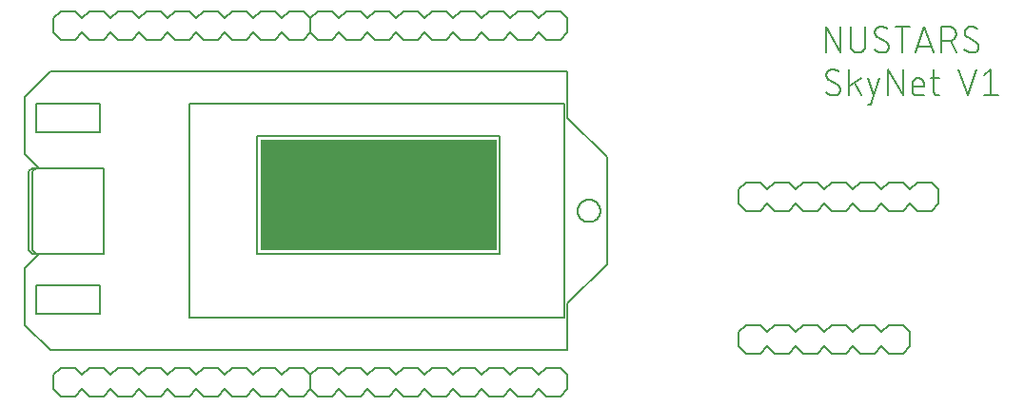
<source format=gto>
G75*
%MOIN*%
%OFA0B0*%
%FSLAX25Y25*%
%IPPOS*%
%LPD*%
%AMOC8*
5,1,8,0,0,1.08239X$1,22.5*
%
%ADD10C,0.00800*%
%ADD11C,0.00500*%
%ADD12R,0.82500X0.38750*%
D10*
X0021300Y0014300D02*
X0023800Y0011800D01*
X0028800Y0011800D01*
X0031300Y0014300D01*
X0033800Y0011800D01*
X0038800Y0011800D01*
X0041300Y0014300D01*
X0043800Y0011800D01*
X0048800Y0011800D01*
X0051300Y0014300D01*
X0053800Y0011800D01*
X0058800Y0011800D01*
X0061300Y0014300D01*
X0063800Y0011800D01*
X0068800Y0011800D01*
X0071300Y0014300D01*
X0073800Y0011800D01*
X0078800Y0011800D01*
X0081300Y0014300D01*
X0083800Y0011800D01*
X0088800Y0011800D01*
X0091300Y0014300D01*
X0093800Y0011800D01*
X0098800Y0011800D01*
X0101300Y0014300D01*
X0103800Y0011800D01*
X0108800Y0011800D01*
X0111300Y0014300D01*
X0113800Y0011800D01*
X0118800Y0011800D01*
X0121300Y0014300D01*
X0123800Y0011800D01*
X0128800Y0011800D01*
X0131300Y0014300D01*
X0133800Y0011800D01*
X0138800Y0011800D01*
X0141300Y0014300D01*
X0143800Y0011800D01*
X0148800Y0011800D01*
X0151300Y0014300D01*
X0153800Y0011800D01*
X0158800Y0011800D01*
X0161300Y0014300D01*
X0163800Y0011800D01*
X0168800Y0011800D01*
X0171300Y0014300D01*
X0173800Y0011800D01*
X0178800Y0011800D01*
X0181300Y0014300D01*
X0183800Y0011800D01*
X0188800Y0011800D01*
X0191300Y0014300D01*
X0193800Y0011800D01*
X0198800Y0011800D01*
X0201300Y0014300D01*
X0201300Y0019300D01*
X0198800Y0021800D01*
X0193800Y0021800D01*
X0191300Y0019300D01*
X0188800Y0021800D01*
X0183800Y0021800D01*
X0181300Y0019300D01*
X0178800Y0021800D01*
X0173800Y0021800D01*
X0171300Y0019300D01*
X0168800Y0021800D01*
X0163800Y0021800D01*
X0161300Y0019300D01*
X0158800Y0021800D01*
X0153800Y0021800D01*
X0151300Y0019300D01*
X0148800Y0021800D01*
X0143800Y0021800D01*
X0141300Y0019300D01*
X0138800Y0021800D01*
X0133800Y0021800D01*
X0131300Y0019300D01*
X0128800Y0021800D01*
X0123800Y0021800D01*
X0121300Y0019300D01*
X0118800Y0021800D01*
X0113800Y0021800D01*
X0111300Y0019300D01*
X0111300Y0014300D01*
X0111300Y0019300D01*
X0108800Y0021800D01*
X0103800Y0021800D01*
X0101300Y0019300D01*
X0098800Y0021800D01*
X0093800Y0021800D01*
X0091300Y0019300D01*
X0088800Y0021800D01*
X0083800Y0021800D01*
X0081300Y0019300D01*
X0078800Y0021800D01*
X0073800Y0021800D01*
X0071300Y0019300D01*
X0068800Y0021800D01*
X0063800Y0021800D01*
X0061300Y0019300D01*
X0058800Y0021800D01*
X0053800Y0021800D01*
X0051300Y0019300D01*
X0048800Y0021800D01*
X0043800Y0021800D01*
X0041300Y0019300D01*
X0038800Y0021800D01*
X0033800Y0021800D01*
X0031300Y0019300D01*
X0028800Y0021800D01*
X0023800Y0021800D01*
X0021300Y0019300D01*
X0021300Y0014300D01*
X0261300Y0029300D02*
X0263800Y0026800D01*
X0268800Y0026800D01*
X0271300Y0029300D01*
X0273800Y0026800D01*
X0278800Y0026800D01*
X0281300Y0029300D01*
X0283800Y0026800D01*
X0288800Y0026800D01*
X0291300Y0029300D01*
X0293800Y0026800D01*
X0298800Y0026800D01*
X0301300Y0029300D01*
X0303800Y0026800D01*
X0308800Y0026800D01*
X0311300Y0029300D01*
X0313800Y0026800D01*
X0318800Y0026800D01*
X0321300Y0029300D01*
X0321300Y0034300D01*
X0318800Y0036800D01*
X0313800Y0036800D01*
X0311300Y0034300D01*
X0308800Y0036800D01*
X0303800Y0036800D01*
X0301300Y0034300D01*
X0298800Y0036800D01*
X0293800Y0036800D01*
X0291300Y0034300D01*
X0288800Y0036800D01*
X0283800Y0036800D01*
X0281300Y0034300D01*
X0278800Y0036800D01*
X0273800Y0036800D01*
X0271300Y0034300D01*
X0268800Y0036800D01*
X0263800Y0036800D01*
X0261300Y0034300D01*
X0261300Y0029300D01*
X0263800Y0076800D02*
X0268800Y0076800D01*
X0271300Y0079300D01*
X0273800Y0076800D01*
X0278800Y0076800D01*
X0281300Y0079300D01*
X0283800Y0076800D01*
X0288800Y0076800D01*
X0291300Y0079300D01*
X0293800Y0076800D01*
X0298800Y0076800D01*
X0301300Y0079300D01*
X0303800Y0076800D01*
X0308800Y0076800D01*
X0311300Y0079300D01*
X0313800Y0076800D01*
X0318800Y0076800D01*
X0321300Y0079300D01*
X0323800Y0076800D01*
X0328800Y0076800D01*
X0331300Y0079300D01*
X0331300Y0084300D01*
X0328800Y0086800D01*
X0323800Y0086800D01*
X0321300Y0084300D01*
X0318800Y0086800D01*
X0313800Y0086800D01*
X0311300Y0084300D01*
X0308800Y0086800D01*
X0303800Y0086800D01*
X0301300Y0084300D01*
X0298800Y0086800D01*
X0293800Y0086800D01*
X0291300Y0084300D01*
X0288800Y0086800D01*
X0283800Y0086800D01*
X0281300Y0084300D01*
X0278800Y0086800D01*
X0273800Y0086800D01*
X0271300Y0084300D01*
X0268800Y0086800D01*
X0263800Y0086800D01*
X0261300Y0084300D01*
X0261300Y0079300D01*
X0263800Y0076800D01*
X0306459Y0114133D02*
X0307481Y0114133D01*
X0310548Y0123333D01*
X0306459Y0123333D02*
X0308504Y0117200D01*
X0304018Y0117200D02*
X0301718Y0121544D01*
X0299930Y0120267D02*
X0304018Y0123333D01*
X0299930Y0126400D02*
X0299930Y0117200D01*
X0296811Y0119244D02*
X0296809Y0119155D01*
X0296803Y0119066D01*
X0296794Y0118977D01*
X0296780Y0118889D01*
X0296763Y0118802D01*
X0296741Y0118715D01*
X0296716Y0118629D01*
X0296688Y0118545D01*
X0296655Y0118462D01*
X0296619Y0118380D01*
X0296580Y0118300D01*
X0296537Y0118222D01*
X0296491Y0118146D01*
X0296441Y0118072D01*
X0296389Y0118000D01*
X0296333Y0117930D01*
X0296274Y0117863D01*
X0296212Y0117799D01*
X0296148Y0117737D01*
X0296081Y0117678D01*
X0296011Y0117622D01*
X0295939Y0117570D01*
X0295865Y0117520D01*
X0295789Y0117474D01*
X0295711Y0117431D01*
X0295631Y0117392D01*
X0295549Y0117356D01*
X0295466Y0117323D01*
X0295382Y0117295D01*
X0295296Y0117270D01*
X0295209Y0117248D01*
X0295122Y0117231D01*
X0295034Y0117217D01*
X0294945Y0117208D01*
X0294856Y0117202D01*
X0294767Y0117200D01*
X0296811Y0119244D02*
X0296809Y0119334D01*
X0296803Y0119423D01*
X0296794Y0119513D01*
X0296780Y0119601D01*
X0296763Y0119690D01*
X0296741Y0119777D01*
X0296717Y0119863D01*
X0296688Y0119948D01*
X0296656Y0120032D01*
X0296620Y0120114D01*
X0296580Y0120195D01*
X0296537Y0120274D01*
X0296491Y0120351D01*
X0296442Y0120426D01*
X0296389Y0120499D01*
X0296333Y0120569D01*
X0296274Y0120637D01*
X0296213Y0120702D01*
X0296148Y0120765D01*
X0296081Y0120824D01*
X0296012Y0120881D01*
X0295940Y0120935D01*
X0295865Y0120985D01*
X0295789Y0121033D01*
X0292978Y0122567D01*
X0294000Y0126400D02*
X0294123Y0126398D01*
X0294247Y0126392D01*
X0294369Y0126382D01*
X0294492Y0126368D01*
X0294614Y0126351D01*
X0294735Y0126329D01*
X0294856Y0126303D01*
X0294976Y0126274D01*
X0295095Y0126240D01*
X0295212Y0126203D01*
X0295328Y0126162D01*
X0295443Y0126118D01*
X0295557Y0126070D01*
X0295669Y0126018D01*
X0295779Y0125962D01*
X0295887Y0125903D01*
X0295994Y0125841D01*
X0296098Y0125775D01*
X0296200Y0125706D01*
X0296300Y0125633D01*
X0292978Y0122567D02*
X0292902Y0122615D01*
X0292827Y0122665D01*
X0292755Y0122719D01*
X0292686Y0122776D01*
X0292619Y0122835D01*
X0292554Y0122898D01*
X0292493Y0122963D01*
X0292434Y0123031D01*
X0292378Y0123101D01*
X0292325Y0123174D01*
X0292276Y0123249D01*
X0292230Y0123326D01*
X0292187Y0123405D01*
X0292147Y0123486D01*
X0292111Y0123568D01*
X0292079Y0123652D01*
X0292050Y0123737D01*
X0292026Y0123823D01*
X0292004Y0123910D01*
X0291987Y0123999D01*
X0291973Y0124087D01*
X0291964Y0124177D01*
X0291958Y0124266D01*
X0291956Y0124356D01*
X0291958Y0124445D01*
X0291964Y0124534D01*
X0291973Y0124623D01*
X0291987Y0124711D01*
X0292004Y0124798D01*
X0292026Y0124885D01*
X0292051Y0124971D01*
X0292079Y0125055D01*
X0292112Y0125138D01*
X0292148Y0125220D01*
X0292187Y0125300D01*
X0292230Y0125378D01*
X0292276Y0125454D01*
X0292326Y0125528D01*
X0292378Y0125600D01*
X0292434Y0125670D01*
X0292493Y0125737D01*
X0292555Y0125801D01*
X0292619Y0125863D01*
X0292686Y0125922D01*
X0292756Y0125978D01*
X0292828Y0126030D01*
X0292902Y0126080D01*
X0292978Y0126126D01*
X0293056Y0126169D01*
X0293136Y0126208D01*
X0293218Y0126244D01*
X0293301Y0126277D01*
X0293385Y0126305D01*
X0293471Y0126330D01*
X0293558Y0126352D01*
X0293645Y0126369D01*
X0293733Y0126383D01*
X0293822Y0126392D01*
X0293911Y0126398D01*
X0294000Y0126400D01*
X0291700Y0118478D02*
X0291790Y0118389D01*
X0291883Y0118304D01*
X0291979Y0118221D01*
X0292076Y0118141D01*
X0292176Y0118063D01*
X0292278Y0117989D01*
X0292383Y0117918D01*
X0292489Y0117850D01*
X0292597Y0117785D01*
X0292707Y0117723D01*
X0292819Y0117664D01*
X0292933Y0117609D01*
X0293048Y0117557D01*
X0293164Y0117508D01*
X0293282Y0117463D01*
X0293401Y0117422D01*
X0293522Y0117383D01*
X0293643Y0117349D01*
X0293766Y0117318D01*
X0293889Y0117290D01*
X0294013Y0117266D01*
X0294138Y0117246D01*
X0294263Y0117230D01*
X0294389Y0117217D01*
X0294515Y0117207D01*
X0294641Y0117202D01*
X0294767Y0117200D01*
X0313620Y0117200D02*
X0313620Y0126400D01*
X0318731Y0117200D01*
X0318731Y0126400D01*
X0328583Y0123333D02*
X0331650Y0123333D01*
X0326166Y0121289D02*
X0326166Y0120267D01*
X0322077Y0120267D01*
X0322077Y0121289D02*
X0322077Y0118733D01*
X0322079Y0118658D01*
X0322084Y0118583D01*
X0322094Y0118508D01*
X0322106Y0118434D01*
X0322123Y0118361D01*
X0322143Y0118288D01*
X0322167Y0118217D01*
X0322194Y0118146D01*
X0322224Y0118078D01*
X0322258Y0118010D01*
X0322295Y0117945D01*
X0322335Y0117881D01*
X0322379Y0117820D01*
X0322425Y0117760D01*
X0322474Y0117704D01*
X0322526Y0117649D01*
X0322581Y0117597D01*
X0322637Y0117548D01*
X0322697Y0117502D01*
X0322758Y0117458D01*
X0322822Y0117418D01*
X0322887Y0117381D01*
X0322955Y0117347D01*
X0323023Y0117317D01*
X0323094Y0117290D01*
X0323165Y0117266D01*
X0323238Y0117246D01*
X0323311Y0117229D01*
X0323385Y0117217D01*
X0323460Y0117207D01*
X0323535Y0117202D01*
X0323610Y0117200D01*
X0326166Y0117200D01*
X0329605Y0118733D02*
X0329605Y0126400D01*
X0338317Y0126400D02*
X0341383Y0117200D01*
X0344450Y0126400D01*
X0347048Y0124356D02*
X0349603Y0126400D01*
X0349603Y0117200D01*
X0347048Y0117200D02*
X0352159Y0117200D01*
X0331650Y0117200D02*
X0331139Y0117200D01*
X0331064Y0117202D01*
X0330989Y0117207D01*
X0330914Y0117217D01*
X0330840Y0117229D01*
X0330767Y0117246D01*
X0330694Y0117266D01*
X0330623Y0117290D01*
X0330552Y0117317D01*
X0330484Y0117347D01*
X0330416Y0117381D01*
X0330351Y0117418D01*
X0330287Y0117458D01*
X0330226Y0117502D01*
X0330166Y0117548D01*
X0330110Y0117597D01*
X0330055Y0117649D01*
X0330003Y0117704D01*
X0329954Y0117760D01*
X0329908Y0117820D01*
X0329864Y0117881D01*
X0329824Y0117945D01*
X0329787Y0118010D01*
X0329753Y0118078D01*
X0329723Y0118146D01*
X0329696Y0118217D01*
X0329672Y0118288D01*
X0329652Y0118361D01*
X0329635Y0118434D01*
X0329623Y0118508D01*
X0329613Y0118583D01*
X0329608Y0118658D01*
X0329606Y0118733D01*
X0326165Y0121289D02*
X0326163Y0121378D01*
X0326157Y0121467D01*
X0326148Y0121556D01*
X0326134Y0121644D01*
X0326117Y0121731D01*
X0326095Y0121818D01*
X0326070Y0121904D01*
X0326042Y0121988D01*
X0326009Y0122071D01*
X0325973Y0122153D01*
X0325934Y0122233D01*
X0325891Y0122311D01*
X0325845Y0122387D01*
X0325795Y0122461D01*
X0325743Y0122533D01*
X0325687Y0122603D01*
X0325628Y0122670D01*
X0325566Y0122734D01*
X0325502Y0122796D01*
X0325435Y0122855D01*
X0325365Y0122911D01*
X0325293Y0122963D01*
X0325219Y0123013D01*
X0325143Y0123059D01*
X0325065Y0123102D01*
X0324985Y0123141D01*
X0324903Y0123177D01*
X0324820Y0123210D01*
X0324736Y0123238D01*
X0324650Y0123263D01*
X0324563Y0123285D01*
X0324476Y0123302D01*
X0324388Y0123316D01*
X0324299Y0123325D01*
X0324210Y0123331D01*
X0324121Y0123333D01*
X0324032Y0123331D01*
X0323943Y0123325D01*
X0323854Y0123316D01*
X0323766Y0123302D01*
X0323679Y0123285D01*
X0323592Y0123263D01*
X0323506Y0123238D01*
X0323422Y0123210D01*
X0323339Y0123177D01*
X0323257Y0123141D01*
X0323177Y0123102D01*
X0323099Y0123059D01*
X0323023Y0123013D01*
X0322949Y0122963D01*
X0322877Y0122911D01*
X0322807Y0122855D01*
X0322740Y0122796D01*
X0322676Y0122734D01*
X0322614Y0122670D01*
X0322555Y0122603D01*
X0322499Y0122533D01*
X0322447Y0122461D01*
X0322397Y0122387D01*
X0322351Y0122311D01*
X0322308Y0122233D01*
X0322269Y0122153D01*
X0322233Y0122071D01*
X0322200Y0121988D01*
X0322172Y0121904D01*
X0322147Y0121818D01*
X0322125Y0121731D01*
X0322108Y0121644D01*
X0322094Y0121556D01*
X0322085Y0121467D01*
X0322079Y0121378D01*
X0322077Y0121289D01*
X0323247Y0132200D02*
X0326313Y0141400D01*
X0329380Y0132200D01*
X0328613Y0134500D02*
X0324013Y0134500D01*
X0318641Y0132200D02*
X0318641Y0141400D01*
X0316086Y0141400D02*
X0321197Y0141400D01*
X0309966Y0137567D02*
X0309890Y0137615D01*
X0309815Y0137665D01*
X0309743Y0137719D01*
X0309674Y0137776D01*
X0309607Y0137835D01*
X0309542Y0137898D01*
X0309481Y0137963D01*
X0309422Y0138031D01*
X0309366Y0138101D01*
X0309313Y0138174D01*
X0309264Y0138249D01*
X0309218Y0138326D01*
X0309175Y0138405D01*
X0309135Y0138486D01*
X0309099Y0138568D01*
X0309067Y0138652D01*
X0309038Y0138737D01*
X0309014Y0138823D01*
X0308992Y0138910D01*
X0308975Y0138999D01*
X0308961Y0139087D01*
X0308952Y0139177D01*
X0308946Y0139266D01*
X0308944Y0139356D01*
X0308946Y0139445D01*
X0308952Y0139534D01*
X0308961Y0139623D01*
X0308975Y0139711D01*
X0308992Y0139798D01*
X0309014Y0139885D01*
X0309039Y0139971D01*
X0309067Y0140055D01*
X0309100Y0140138D01*
X0309136Y0140220D01*
X0309175Y0140300D01*
X0309218Y0140378D01*
X0309264Y0140454D01*
X0309314Y0140528D01*
X0309366Y0140600D01*
X0309422Y0140670D01*
X0309481Y0140737D01*
X0309543Y0140801D01*
X0309607Y0140863D01*
X0309674Y0140922D01*
X0309744Y0140978D01*
X0309816Y0141030D01*
X0309890Y0141080D01*
X0309966Y0141126D01*
X0310044Y0141169D01*
X0310124Y0141208D01*
X0310206Y0141244D01*
X0310289Y0141277D01*
X0310373Y0141305D01*
X0310459Y0141330D01*
X0310546Y0141352D01*
X0310633Y0141369D01*
X0310721Y0141383D01*
X0310810Y0141392D01*
X0310899Y0141398D01*
X0310988Y0141400D01*
X0305579Y0141400D02*
X0305579Y0134756D01*
X0305580Y0134756D02*
X0305578Y0134656D01*
X0305572Y0134555D01*
X0305562Y0134456D01*
X0305549Y0134356D01*
X0305531Y0134257D01*
X0305509Y0134159D01*
X0305484Y0134062D01*
X0305455Y0133966D01*
X0305422Y0133871D01*
X0305385Y0133778D01*
X0305345Y0133686D01*
X0305301Y0133596D01*
X0305254Y0133507D01*
X0305203Y0133420D01*
X0305149Y0133336D01*
X0305092Y0133254D01*
X0305031Y0133174D01*
X0304968Y0133096D01*
X0304901Y0133021D01*
X0304831Y0132949D01*
X0304759Y0132879D01*
X0304684Y0132812D01*
X0304606Y0132749D01*
X0304526Y0132688D01*
X0304444Y0132631D01*
X0304360Y0132577D01*
X0304273Y0132526D01*
X0304184Y0132479D01*
X0304094Y0132435D01*
X0304002Y0132395D01*
X0303909Y0132358D01*
X0303814Y0132325D01*
X0303718Y0132296D01*
X0303621Y0132271D01*
X0303523Y0132249D01*
X0303424Y0132231D01*
X0303324Y0132218D01*
X0303225Y0132208D01*
X0303124Y0132202D01*
X0303024Y0132200D01*
X0302924Y0132202D01*
X0302823Y0132208D01*
X0302724Y0132218D01*
X0302624Y0132231D01*
X0302525Y0132249D01*
X0302427Y0132271D01*
X0302330Y0132296D01*
X0302234Y0132325D01*
X0302139Y0132358D01*
X0302046Y0132395D01*
X0301954Y0132435D01*
X0301864Y0132479D01*
X0301775Y0132526D01*
X0301688Y0132577D01*
X0301604Y0132631D01*
X0301522Y0132688D01*
X0301442Y0132749D01*
X0301364Y0132812D01*
X0301289Y0132879D01*
X0301217Y0132949D01*
X0301147Y0133021D01*
X0301080Y0133096D01*
X0301017Y0133174D01*
X0300956Y0133254D01*
X0300899Y0133336D01*
X0300845Y0133420D01*
X0300794Y0133507D01*
X0300747Y0133596D01*
X0300703Y0133686D01*
X0300663Y0133778D01*
X0300626Y0133871D01*
X0300593Y0133966D01*
X0300564Y0134062D01*
X0300539Y0134159D01*
X0300517Y0134257D01*
X0300499Y0134356D01*
X0300486Y0134456D01*
X0300476Y0134555D01*
X0300470Y0134656D01*
X0300468Y0134756D01*
X0300468Y0141400D01*
X0296811Y0141400D02*
X0296811Y0132200D01*
X0291700Y0141400D01*
X0291700Y0132200D01*
X0309966Y0137567D02*
X0312777Y0136033D01*
X0311755Y0132200D02*
X0311629Y0132202D01*
X0311503Y0132207D01*
X0311377Y0132217D01*
X0311251Y0132230D01*
X0311126Y0132246D01*
X0311001Y0132266D01*
X0310877Y0132290D01*
X0310754Y0132318D01*
X0310631Y0132349D01*
X0310510Y0132383D01*
X0310389Y0132422D01*
X0310270Y0132463D01*
X0310152Y0132508D01*
X0310036Y0132557D01*
X0309921Y0132609D01*
X0309807Y0132664D01*
X0309695Y0132723D01*
X0309585Y0132785D01*
X0309477Y0132850D01*
X0309371Y0132918D01*
X0309266Y0132989D01*
X0309164Y0133063D01*
X0309064Y0133141D01*
X0308967Y0133221D01*
X0308871Y0133304D01*
X0308778Y0133389D01*
X0308688Y0133478D01*
X0312777Y0136033D02*
X0312853Y0135985D01*
X0312928Y0135935D01*
X0313000Y0135881D01*
X0313069Y0135824D01*
X0313136Y0135765D01*
X0313201Y0135702D01*
X0313262Y0135637D01*
X0313321Y0135569D01*
X0313377Y0135499D01*
X0313430Y0135426D01*
X0313479Y0135351D01*
X0313525Y0135274D01*
X0313568Y0135195D01*
X0313608Y0135114D01*
X0313644Y0135032D01*
X0313676Y0134948D01*
X0313705Y0134863D01*
X0313729Y0134777D01*
X0313751Y0134690D01*
X0313768Y0134601D01*
X0313782Y0134513D01*
X0313791Y0134423D01*
X0313797Y0134334D01*
X0313799Y0134244D01*
X0313797Y0134155D01*
X0313791Y0134066D01*
X0313782Y0133977D01*
X0313768Y0133889D01*
X0313751Y0133802D01*
X0313729Y0133715D01*
X0313704Y0133629D01*
X0313676Y0133545D01*
X0313643Y0133462D01*
X0313607Y0133380D01*
X0313568Y0133300D01*
X0313525Y0133222D01*
X0313479Y0133146D01*
X0313429Y0133072D01*
X0313377Y0133000D01*
X0313321Y0132930D01*
X0313262Y0132863D01*
X0313200Y0132799D01*
X0313136Y0132737D01*
X0313069Y0132678D01*
X0312999Y0132622D01*
X0312927Y0132570D01*
X0312853Y0132520D01*
X0312777Y0132474D01*
X0312699Y0132431D01*
X0312619Y0132392D01*
X0312537Y0132356D01*
X0312454Y0132323D01*
X0312370Y0132295D01*
X0312284Y0132270D01*
X0312197Y0132248D01*
X0312110Y0132231D01*
X0312022Y0132217D01*
X0311933Y0132208D01*
X0311844Y0132202D01*
X0311755Y0132200D01*
X0313288Y0140633D02*
X0313188Y0140706D01*
X0313086Y0140775D01*
X0312982Y0140841D01*
X0312875Y0140903D01*
X0312767Y0140962D01*
X0312657Y0141018D01*
X0312545Y0141070D01*
X0312431Y0141118D01*
X0312316Y0141162D01*
X0312200Y0141203D01*
X0312083Y0141240D01*
X0311964Y0141274D01*
X0311844Y0141303D01*
X0311723Y0141329D01*
X0311602Y0141351D01*
X0311480Y0141368D01*
X0311357Y0141382D01*
X0311235Y0141392D01*
X0311111Y0141398D01*
X0310988Y0141400D01*
X0332277Y0141400D02*
X0334833Y0141400D01*
X0332277Y0141400D02*
X0332277Y0132200D01*
X0332277Y0136289D02*
X0334833Y0136289D01*
X0335344Y0136289D02*
X0337388Y0132200D01*
X0344287Y0136033D02*
X0344363Y0135985D01*
X0344438Y0135935D01*
X0344510Y0135881D01*
X0344579Y0135824D01*
X0344646Y0135765D01*
X0344711Y0135702D01*
X0344772Y0135637D01*
X0344831Y0135569D01*
X0344887Y0135499D01*
X0344940Y0135426D01*
X0344989Y0135351D01*
X0345035Y0135274D01*
X0345078Y0135195D01*
X0345118Y0135114D01*
X0345154Y0135032D01*
X0345186Y0134948D01*
X0345215Y0134863D01*
X0345239Y0134777D01*
X0345261Y0134690D01*
X0345278Y0134601D01*
X0345292Y0134513D01*
X0345301Y0134423D01*
X0345307Y0134334D01*
X0345309Y0134244D01*
X0345307Y0134155D01*
X0345301Y0134066D01*
X0345292Y0133977D01*
X0345278Y0133889D01*
X0345261Y0133802D01*
X0345239Y0133715D01*
X0345214Y0133629D01*
X0345186Y0133545D01*
X0345153Y0133462D01*
X0345117Y0133380D01*
X0345078Y0133300D01*
X0345035Y0133222D01*
X0344989Y0133146D01*
X0344939Y0133072D01*
X0344887Y0133000D01*
X0344831Y0132930D01*
X0344772Y0132863D01*
X0344710Y0132799D01*
X0344646Y0132737D01*
X0344579Y0132678D01*
X0344509Y0132622D01*
X0344437Y0132570D01*
X0344363Y0132520D01*
X0344287Y0132474D01*
X0344209Y0132431D01*
X0344129Y0132392D01*
X0344047Y0132356D01*
X0343964Y0132323D01*
X0343880Y0132295D01*
X0343794Y0132270D01*
X0343707Y0132248D01*
X0343620Y0132231D01*
X0343532Y0132217D01*
X0343443Y0132208D01*
X0343354Y0132202D01*
X0343265Y0132200D01*
X0344287Y0136033D02*
X0341476Y0137567D01*
X0342498Y0141400D02*
X0342621Y0141398D01*
X0342745Y0141392D01*
X0342867Y0141382D01*
X0342990Y0141368D01*
X0343112Y0141351D01*
X0343233Y0141329D01*
X0343354Y0141303D01*
X0343474Y0141274D01*
X0343593Y0141240D01*
X0343710Y0141203D01*
X0343826Y0141162D01*
X0343941Y0141118D01*
X0344055Y0141070D01*
X0344167Y0141018D01*
X0344277Y0140962D01*
X0344385Y0140903D01*
X0344492Y0140841D01*
X0344596Y0140775D01*
X0344698Y0140706D01*
X0344798Y0140633D01*
X0341476Y0137567D02*
X0341400Y0137615D01*
X0341325Y0137665D01*
X0341253Y0137719D01*
X0341184Y0137776D01*
X0341117Y0137835D01*
X0341052Y0137898D01*
X0340991Y0137963D01*
X0340932Y0138031D01*
X0340876Y0138101D01*
X0340823Y0138174D01*
X0340774Y0138249D01*
X0340728Y0138326D01*
X0340685Y0138405D01*
X0340645Y0138486D01*
X0340609Y0138568D01*
X0340577Y0138652D01*
X0340548Y0138737D01*
X0340524Y0138823D01*
X0340502Y0138910D01*
X0340485Y0138999D01*
X0340471Y0139087D01*
X0340462Y0139177D01*
X0340456Y0139266D01*
X0340454Y0139356D01*
X0340456Y0139445D01*
X0340462Y0139534D01*
X0340471Y0139623D01*
X0340485Y0139711D01*
X0340502Y0139798D01*
X0340524Y0139885D01*
X0340549Y0139971D01*
X0340577Y0140055D01*
X0340610Y0140138D01*
X0340646Y0140220D01*
X0340685Y0140300D01*
X0340728Y0140378D01*
X0340774Y0140454D01*
X0340824Y0140528D01*
X0340876Y0140600D01*
X0340932Y0140670D01*
X0340991Y0140737D01*
X0341053Y0140801D01*
X0341117Y0140863D01*
X0341184Y0140922D01*
X0341254Y0140978D01*
X0341326Y0141030D01*
X0341400Y0141080D01*
X0341476Y0141126D01*
X0341554Y0141169D01*
X0341634Y0141208D01*
X0341716Y0141244D01*
X0341799Y0141277D01*
X0341883Y0141305D01*
X0341969Y0141330D01*
X0342056Y0141352D01*
X0342143Y0141369D01*
X0342231Y0141383D01*
X0342320Y0141392D01*
X0342409Y0141398D01*
X0342498Y0141400D01*
X0334833Y0141400D02*
X0334933Y0141398D01*
X0335034Y0141392D01*
X0335133Y0141382D01*
X0335233Y0141369D01*
X0335332Y0141351D01*
X0335430Y0141329D01*
X0335527Y0141304D01*
X0335623Y0141275D01*
X0335718Y0141242D01*
X0335811Y0141205D01*
X0335903Y0141165D01*
X0335993Y0141121D01*
X0336082Y0141074D01*
X0336169Y0141023D01*
X0336253Y0140969D01*
X0336335Y0140912D01*
X0336415Y0140851D01*
X0336493Y0140788D01*
X0336568Y0140721D01*
X0336640Y0140651D01*
X0336710Y0140579D01*
X0336777Y0140504D01*
X0336840Y0140426D01*
X0336901Y0140346D01*
X0336958Y0140264D01*
X0337012Y0140180D01*
X0337063Y0140093D01*
X0337110Y0140004D01*
X0337154Y0139914D01*
X0337194Y0139822D01*
X0337231Y0139729D01*
X0337264Y0139634D01*
X0337293Y0139538D01*
X0337318Y0139441D01*
X0337340Y0139343D01*
X0337358Y0139244D01*
X0337371Y0139144D01*
X0337381Y0139045D01*
X0337387Y0138944D01*
X0337389Y0138844D01*
X0337387Y0138744D01*
X0337381Y0138643D01*
X0337371Y0138544D01*
X0337358Y0138444D01*
X0337340Y0138345D01*
X0337318Y0138247D01*
X0337293Y0138150D01*
X0337264Y0138054D01*
X0337231Y0137959D01*
X0337194Y0137866D01*
X0337154Y0137774D01*
X0337110Y0137684D01*
X0337063Y0137595D01*
X0337012Y0137508D01*
X0336958Y0137424D01*
X0336901Y0137342D01*
X0336840Y0137262D01*
X0336777Y0137184D01*
X0336710Y0137109D01*
X0336640Y0137037D01*
X0336568Y0136967D01*
X0336493Y0136900D01*
X0336415Y0136837D01*
X0336335Y0136776D01*
X0336253Y0136719D01*
X0336169Y0136665D01*
X0336082Y0136614D01*
X0335993Y0136567D01*
X0335903Y0136523D01*
X0335811Y0136483D01*
X0335718Y0136446D01*
X0335623Y0136413D01*
X0335527Y0136384D01*
X0335430Y0136359D01*
X0335332Y0136337D01*
X0335233Y0136319D01*
X0335133Y0136306D01*
X0335034Y0136296D01*
X0334933Y0136290D01*
X0334833Y0136288D01*
X0340198Y0133478D02*
X0340288Y0133389D01*
X0340381Y0133304D01*
X0340477Y0133221D01*
X0340574Y0133141D01*
X0340674Y0133063D01*
X0340776Y0132989D01*
X0340881Y0132918D01*
X0340987Y0132850D01*
X0341095Y0132785D01*
X0341205Y0132723D01*
X0341317Y0132664D01*
X0341431Y0132609D01*
X0341546Y0132557D01*
X0341662Y0132508D01*
X0341780Y0132463D01*
X0341899Y0132422D01*
X0342020Y0132383D01*
X0342141Y0132349D01*
X0342264Y0132318D01*
X0342387Y0132290D01*
X0342511Y0132266D01*
X0342636Y0132246D01*
X0342761Y0132230D01*
X0342887Y0132217D01*
X0343013Y0132207D01*
X0343139Y0132202D01*
X0343265Y0132200D01*
X0201300Y0139300D02*
X0198800Y0136800D01*
X0193800Y0136800D01*
X0191300Y0139300D01*
X0188800Y0136800D01*
X0183800Y0136800D01*
X0181300Y0139300D01*
X0178800Y0136800D01*
X0173800Y0136800D01*
X0171300Y0139300D01*
X0168800Y0136800D01*
X0163800Y0136800D01*
X0161300Y0139300D01*
X0158800Y0136800D01*
X0153800Y0136800D01*
X0151300Y0139300D01*
X0148800Y0136800D01*
X0143800Y0136800D01*
X0141300Y0139300D01*
X0138800Y0136800D01*
X0133800Y0136800D01*
X0131300Y0139300D01*
X0128800Y0136800D01*
X0123800Y0136800D01*
X0121300Y0139300D01*
X0118800Y0136800D01*
X0113800Y0136800D01*
X0111300Y0139300D01*
X0111300Y0144300D01*
X0113800Y0146800D01*
X0118800Y0146800D01*
X0121300Y0144300D01*
X0123800Y0146800D01*
X0128800Y0146800D01*
X0131300Y0144300D01*
X0133800Y0146800D01*
X0138800Y0146800D01*
X0141300Y0144300D01*
X0143800Y0146800D01*
X0148800Y0146800D01*
X0151300Y0144300D01*
X0153800Y0146800D01*
X0158800Y0146800D01*
X0161300Y0144300D01*
X0163800Y0146800D01*
X0168800Y0146800D01*
X0171300Y0144300D01*
X0173800Y0146800D01*
X0178800Y0146800D01*
X0181300Y0144300D01*
X0183800Y0146800D01*
X0188800Y0146800D01*
X0191300Y0144300D01*
X0193800Y0146800D01*
X0198800Y0146800D01*
X0201300Y0144300D01*
X0201300Y0139300D01*
X0111300Y0139300D02*
X0111300Y0144300D01*
X0108800Y0146800D01*
X0103800Y0146800D01*
X0101300Y0144300D01*
X0098800Y0146800D01*
X0093800Y0146800D01*
X0091300Y0144300D01*
X0088800Y0146800D01*
X0083800Y0146800D01*
X0081300Y0144300D01*
X0078800Y0146800D01*
X0073800Y0146800D01*
X0071300Y0144300D01*
X0068800Y0146800D01*
X0063800Y0146800D01*
X0061300Y0144300D01*
X0058800Y0146800D01*
X0053800Y0146800D01*
X0051300Y0144300D01*
X0048800Y0146800D01*
X0043800Y0146800D01*
X0041300Y0144300D01*
X0038800Y0146800D01*
X0033800Y0146800D01*
X0031300Y0144300D01*
X0028800Y0146800D01*
X0023800Y0146800D01*
X0021300Y0144300D01*
X0021300Y0139300D01*
X0023800Y0136800D01*
X0028800Y0136800D01*
X0031300Y0139300D01*
X0033800Y0136800D01*
X0038800Y0136800D01*
X0041300Y0139300D01*
X0043800Y0136800D01*
X0048800Y0136800D01*
X0051300Y0139300D01*
X0053800Y0136800D01*
X0058800Y0136800D01*
X0061300Y0139300D01*
X0063800Y0136800D01*
X0068800Y0136800D01*
X0071300Y0139300D01*
X0073800Y0136800D01*
X0078800Y0136800D01*
X0081300Y0139300D01*
X0083800Y0136800D01*
X0088800Y0136800D01*
X0091300Y0139300D01*
X0093800Y0136800D01*
X0098800Y0136800D01*
X0101300Y0139300D01*
X0103800Y0136800D01*
X0108800Y0136800D01*
X0111300Y0139300D01*
D11*
X0068800Y0114300D02*
X0068800Y0039300D01*
X0200050Y0039300D01*
X0200050Y0114300D01*
X0068800Y0114300D01*
X0092550Y0103050D02*
X0177550Y0103050D01*
X0177550Y0061800D01*
X0092550Y0061800D01*
X0092550Y0103050D01*
X0038800Y0091800D02*
X0016300Y0091800D01*
X0011300Y0096800D01*
X0011300Y0116800D01*
X0020050Y0125550D01*
X0201300Y0125550D01*
X0201300Y0109300D01*
X0215050Y0095550D01*
X0215050Y0058050D01*
X0201300Y0044300D01*
X0201300Y0028050D01*
X0020050Y0028050D01*
X0011300Y0036800D01*
X0011300Y0056800D01*
X0016300Y0061800D01*
X0038800Y0061800D01*
X0038800Y0091800D01*
X0016300Y0091800D02*
X0015050Y0091800D01*
X0013800Y0090550D01*
X0013800Y0063050D01*
X0015050Y0061800D01*
X0016300Y0061800D01*
X0015050Y0061800D02*
X0013800Y0061800D01*
X0012550Y0063050D01*
X0012550Y0090550D01*
X0013800Y0091800D01*
X0015050Y0091800D01*
X0015050Y0104300D02*
X0037550Y0104300D01*
X0037550Y0114300D01*
X0015050Y0114300D01*
X0015050Y0104300D01*
X0015050Y0050550D02*
X0015050Y0040550D01*
X0037550Y0040550D01*
X0037550Y0050550D01*
X0015050Y0050550D01*
X0204847Y0076800D02*
X0204849Y0076925D01*
X0204855Y0077051D01*
X0204865Y0077176D01*
X0204879Y0077300D01*
X0204897Y0077425D01*
X0204918Y0077548D01*
X0204944Y0077671D01*
X0204974Y0077793D01*
X0205007Y0077914D01*
X0205044Y0078033D01*
X0205085Y0078152D01*
X0205130Y0078269D01*
X0205179Y0078385D01*
X0205231Y0078499D01*
X0205286Y0078611D01*
X0205346Y0078722D01*
X0205408Y0078831D01*
X0205475Y0078937D01*
X0205544Y0079042D01*
X0205617Y0079144D01*
X0205693Y0079244D01*
X0205772Y0079341D01*
X0205854Y0079436D01*
X0205939Y0079528D01*
X0206027Y0079617D01*
X0206118Y0079704D01*
X0206211Y0079787D01*
X0206307Y0079868D01*
X0206406Y0079946D01*
X0206507Y0080020D01*
X0206610Y0080091D01*
X0206716Y0080159D01*
X0206824Y0080223D01*
X0206933Y0080284D01*
X0207045Y0080342D01*
X0207158Y0080396D01*
X0207273Y0080446D01*
X0207389Y0080493D01*
X0207507Y0080536D01*
X0207626Y0080575D01*
X0207747Y0080610D01*
X0207868Y0080642D01*
X0207990Y0080669D01*
X0208114Y0080693D01*
X0208237Y0080713D01*
X0208362Y0080729D01*
X0208487Y0080741D01*
X0208612Y0080749D01*
X0208737Y0080753D01*
X0208863Y0080753D01*
X0208988Y0080749D01*
X0209113Y0080741D01*
X0209238Y0080729D01*
X0209363Y0080713D01*
X0209486Y0080693D01*
X0209610Y0080669D01*
X0209732Y0080642D01*
X0209853Y0080610D01*
X0209974Y0080575D01*
X0210093Y0080536D01*
X0210211Y0080493D01*
X0210327Y0080446D01*
X0210442Y0080396D01*
X0210555Y0080342D01*
X0210667Y0080284D01*
X0210777Y0080223D01*
X0210884Y0080159D01*
X0210990Y0080091D01*
X0211093Y0080020D01*
X0211194Y0079946D01*
X0211293Y0079868D01*
X0211389Y0079787D01*
X0211482Y0079704D01*
X0211573Y0079617D01*
X0211661Y0079528D01*
X0211746Y0079436D01*
X0211828Y0079341D01*
X0211907Y0079244D01*
X0211983Y0079144D01*
X0212056Y0079042D01*
X0212125Y0078937D01*
X0212192Y0078831D01*
X0212254Y0078722D01*
X0212314Y0078611D01*
X0212369Y0078499D01*
X0212421Y0078385D01*
X0212470Y0078269D01*
X0212515Y0078152D01*
X0212556Y0078033D01*
X0212593Y0077914D01*
X0212626Y0077793D01*
X0212656Y0077671D01*
X0212682Y0077548D01*
X0212703Y0077425D01*
X0212721Y0077300D01*
X0212735Y0077176D01*
X0212745Y0077051D01*
X0212751Y0076925D01*
X0212753Y0076800D01*
X0212751Y0076675D01*
X0212745Y0076549D01*
X0212735Y0076424D01*
X0212721Y0076300D01*
X0212703Y0076175D01*
X0212682Y0076052D01*
X0212656Y0075929D01*
X0212626Y0075807D01*
X0212593Y0075686D01*
X0212556Y0075567D01*
X0212515Y0075448D01*
X0212470Y0075331D01*
X0212421Y0075215D01*
X0212369Y0075101D01*
X0212314Y0074989D01*
X0212254Y0074878D01*
X0212192Y0074769D01*
X0212125Y0074663D01*
X0212056Y0074558D01*
X0211983Y0074456D01*
X0211907Y0074356D01*
X0211828Y0074259D01*
X0211746Y0074164D01*
X0211661Y0074072D01*
X0211573Y0073983D01*
X0211482Y0073896D01*
X0211389Y0073813D01*
X0211293Y0073732D01*
X0211194Y0073654D01*
X0211093Y0073580D01*
X0210990Y0073509D01*
X0210884Y0073441D01*
X0210776Y0073377D01*
X0210667Y0073316D01*
X0210555Y0073258D01*
X0210442Y0073204D01*
X0210327Y0073154D01*
X0210211Y0073107D01*
X0210093Y0073064D01*
X0209974Y0073025D01*
X0209853Y0072990D01*
X0209732Y0072958D01*
X0209610Y0072931D01*
X0209486Y0072907D01*
X0209363Y0072887D01*
X0209238Y0072871D01*
X0209113Y0072859D01*
X0208988Y0072851D01*
X0208863Y0072847D01*
X0208737Y0072847D01*
X0208612Y0072851D01*
X0208487Y0072859D01*
X0208362Y0072871D01*
X0208237Y0072887D01*
X0208114Y0072907D01*
X0207990Y0072931D01*
X0207868Y0072958D01*
X0207747Y0072990D01*
X0207626Y0073025D01*
X0207507Y0073064D01*
X0207389Y0073107D01*
X0207273Y0073154D01*
X0207158Y0073204D01*
X0207045Y0073258D01*
X0206933Y0073316D01*
X0206823Y0073377D01*
X0206716Y0073441D01*
X0206610Y0073509D01*
X0206507Y0073580D01*
X0206406Y0073654D01*
X0206307Y0073732D01*
X0206211Y0073813D01*
X0206118Y0073896D01*
X0206027Y0073983D01*
X0205939Y0074072D01*
X0205854Y0074164D01*
X0205772Y0074259D01*
X0205693Y0074356D01*
X0205617Y0074456D01*
X0205544Y0074558D01*
X0205475Y0074663D01*
X0205408Y0074769D01*
X0205346Y0074878D01*
X0205286Y0074989D01*
X0205231Y0075101D01*
X0205179Y0075215D01*
X0205130Y0075331D01*
X0205085Y0075448D01*
X0205044Y0075567D01*
X0205007Y0075686D01*
X0204974Y0075807D01*
X0204944Y0075929D01*
X0204918Y0076052D01*
X0204897Y0076175D01*
X0204879Y0076300D01*
X0204865Y0076424D01*
X0204855Y0076549D01*
X0204849Y0076675D01*
X0204847Y0076800D01*
D12*
X0135050Y0082425D03*
M02*

</source>
